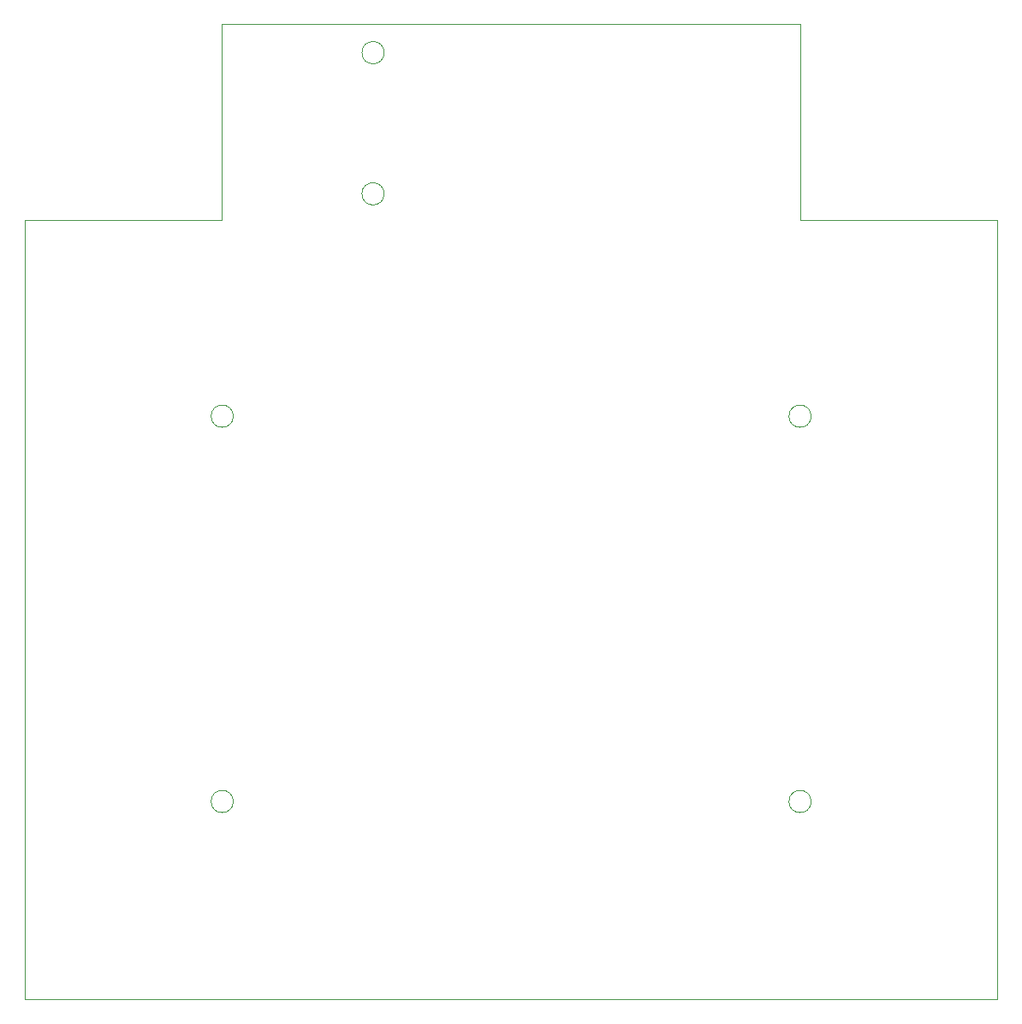
<source format=gbr>
%TF.GenerationSoftware,KiCad,Pcbnew,7.0.1-0*%
%TF.CreationDate,2023-09-10T15:08:47+09:00*%
%TF.ProjectId,jisaku20rp,6a697361-6b75-4323-9072-702e6b696361,rev?*%
%TF.SameCoordinates,Original*%
%TF.FileFunction,Profile,NP*%
%FSLAX46Y46*%
G04 Gerber Fmt 4.6, Leading zero omitted, Abs format (unit mm)*
G04 Created by KiCad (PCBNEW 7.0.1-0) date 2023-09-10 15:08:47*
%MOMM*%
%LPD*%
G01*
G04 APERTURE LIST*
%TA.AperFunction,Profile*%
%ADD10C,0.100000*%
%TD*%
G04 APERTURE END LIST*
D10*
X25540000Y12460000D02*
G75*
G03*
X25540000Y12460000I-1100000J0D01*
G01*
X10620000Y-9530000D02*
G75*
G03*
X10620000Y-9530000I-1100000J0D01*
G01*
X86200000Y9890000D02*
X86200000Y-67150000D01*
X66680000Y9890000D02*
X66680000Y29220000D01*
X10620000Y-47630000D02*
G75*
G03*
X10620000Y-47630000I-1100000J0D01*
G01*
X9510000Y29220000D02*
X66680000Y29220000D01*
X25540000Y26420000D02*
G75*
G03*
X25540000Y26420000I-1100000J0D01*
G01*
X9510000Y29220000D02*
X9510000Y9890000D01*
X9510000Y9890000D02*
X-9990000Y9890000D01*
X86200000Y-67150000D02*
X-10000000Y-67170000D01*
X67780000Y-47630000D02*
G75*
G03*
X67780000Y-47630000I-1100000J0D01*
G01*
X86200000Y9890000D02*
X66680000Y9890000D01*
X67780000Y-9530000D02*
G75*
G03*
X67780000Y-9530000I-1100000J0D01*
G01*
X-10000000Y-67170000D02*
X-9990000Y9890000D01*
M02*

</source>
